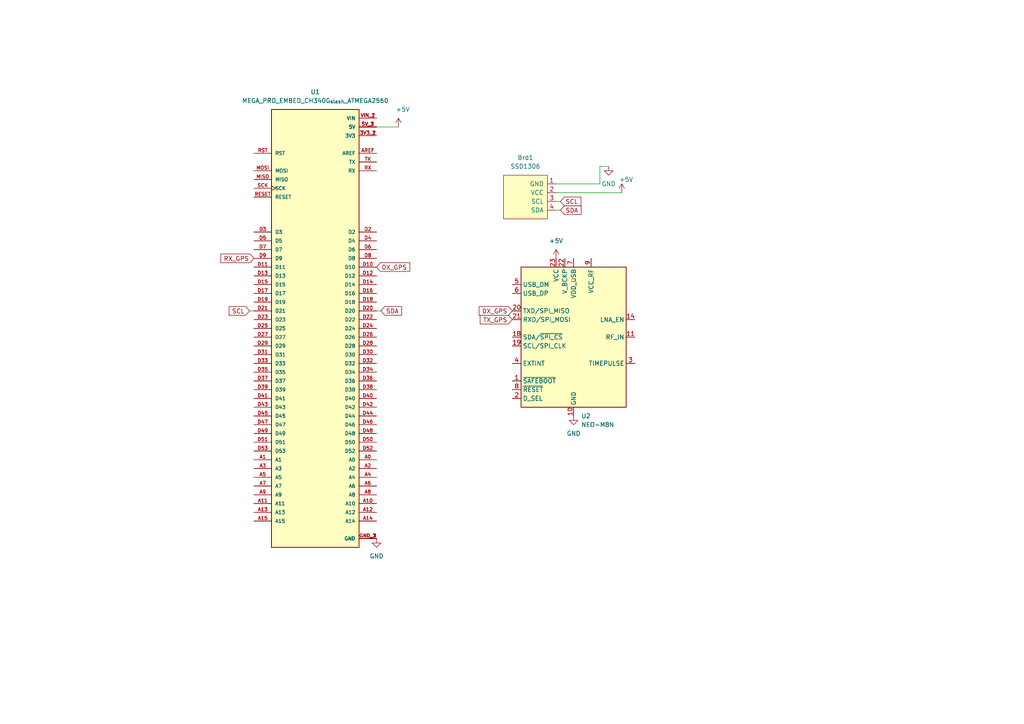
<source format=kicad_sch>
(kicad_sch (version 20230121) (generator eeschema)
  (paper "A4")
  (lib_symbols
    (symbol "MEGA_PRO_EMBED_CH340G___ATMEGA2560:MEGA_PRO_EMBED_CH340G_{slash}_ATMEGA2560" (pin_names (offset 1.016))
      (property "Reference" "U" (at -12.7 63.5 0))
      (property "Value" "MEGA_PRO_EMBED_CH340G_{slash}_ATMEGA2560" (at -12.7 -66.04 0))
      (symbol "MEGA_PRO_EMBED_CH340G_{slash}_ATMEGA2560_0_0"
        (rectangle (start -12.7 -63.5) (end 12.7 63.5) (stroke (width 0.254)) (fill (type background)))
        (pin power_in line (at 17.78 55.88 180) (length 5.08) (name "3V3") (number "3V3_1"))
        (pin power_in line (at 17.78 55.88 180) (length 5.08) (name "3V3") (number "3V3_2"))
        (pin power_in line (at 17.78 58.42 180) (length 5.08) (name "5V") (number "5V_1"))
        (pin power_in line (at 17.78 58.42 180) (length 5.08) (name "5V") (number "5V_2"))
        (pin power_in line (at 17.78 58.42 180) (length 5.08) (name "5V") (number "5V_3"))
        (pin bidirectional line (at 17.78 -38.1 180) (length 5.08) (name "A0") (number "A0"))
        (pin bidirectional line (at -17.78 -38.1 0) (length 5.08) (name "A1") (number "A1"))
        (pin bidirectional line (at 17.78 -50.8 180) (length 5.08) (name "A10") (number "A10"))
        (pin bidirectional line (at -17.78 -50.8 0) (length 5.08) (name "A11") (number "A11"))
        (pin bidirectional line (at 17.78 -53.34 180) (length 5.08) (name "A12") (number "A12"))
        (pin bidirectional line (at -17.78 -53.34 0) (length 5.08) (name "A13") (number "A13"))
        (pin bidirectional line (at 17.78 -55.88 180) (length 5.08) (name "A14") (number "A14"))
        (pin bidirectional line (at -17.78 -55.88 0) (length 5.08) (name "A15") (number "A15"))
        (pin bidirectional line (at 17.78 -40.64 180) (length 5.08) (name "A2") (number "A2"))
        (pin bidirectional line (at -17.78 -40.64 0) (length 5.08) (name "A3") (number "A3"))
        (pin bidirectional line (at 17.78 -43.18 180) (length 5.08) (name "A4") (number "A4"))
        (pin bidirectional line (at -17.78 -43.18 0) (length 5.08) (name "A5") (number "A5"))
        (pin bidirectional line (at 17.78 -45.72 180) (length 5.08) (name "A6") (number "A6"))
        (pin bidirectional line (at -17.78 -45.72 0) (length 5.08) (name "A7") (number "A7"))
        (pin bidirectional line (at 17.78 -48.26 180) (length 5.08) (name "A8") (number "A8"))
        (pin bidirectional line (at -17.78 -48.26 0) (length 5.08) (name "A9") (number "A9"))
        (pin bidirectional line (at 17.78 50.8 180) (length 5.08) (name "AREF") (number "AREF"))
        (pin bidirectional line (at 17.78 17.78 180) (length 5.08) (name "D10") (number "D10"))
        (pin bidirectional line (at -17.78 17.78 0) (length 5.08) (name "D11") (number "D11"))
        (pin bidirectional line (at 17.78 15.24 180) (length 5.08) (name "D12") (number "D12"))
        (pin bidirectional line (at -17.78 15.24 0) (length 5.08) (name "D13") (number "D13"))
        (pin bidirectional line (at 17.78 12.7 180) (length 5.08) (name "D14") (number "D14"))
        (pin bidirectional line (at -17.78 12.7 0) (length 5.08) (name "D15") (number "D15"))
        (pin bidirectional line (at 17.78 10.16 180) (length 5.08) (name "D16") (number "D16"))
        (pin bidirectional line (at -17.78 10.16 0) (length 5.08) (name "D17") (number "D17"))
        (pin bidirectional line (at 17.78 7.62 180) (length 5.08) (name "D18") (number "D18"))
        (pin bidirectional line (at -17.78 7.62 0) (length 5.08) (name "D19") (number "D19"))
        (pin bidirectional line (at 17.78 27.94 180) (length 5.08) (name "D2") (number "D2"))
        (pin bidirectional line (at 17.78 5.08 180) (length 5.08) (name "D20") (number "D20"))
        (pin bidirectional line (at -17.78 5.08 0) (length 5.08) (name "D21") (number "D21"))
        (pin bidirectional line (at 17.78 2.54 180) (length 5.08) (name "D22") (number "D22"))
        (pin bidirectional line (at -17.78 2.54 0) (length 5.08) (name "D23") (number "D23"))
        (pin bidirectional line (at 17.78 0 180) (length 5.08) (name "D24") (number "D24"))
        (pin bidirectional line (at -17.78 0 0) (length 5.08) (name "D25") (number "D25"))
        (pin bidirectional line (at 17.78 -2.54 180) (length 5.08) (name "D26") (number "D26"))
        (pin bidirectional line (at -17.78 -2.54 0) (length 5.08) (name "D27") (number "D27"))
        (pin bidirectional line (at 17.78 -5.08 180) (length 5.08) (name "D28") (number "D28"))
        (pin bidirectional line (at -17.78 -5.08 0) (length 5.08) (name "D29") (number "D29"))
        (pin bidirectional line (at -17.78 27.94 0) (length 5.08) (name "D3") (number "D3"))
        (pin bidirectional line (at 17.78 -7.62 180) (length 5.08) (name "D30") (number "D30"))
        (pin bidirectional line (at -17.78 -7.62 0) (length 5.08) (name "D31") (number "D31"))
        (pin bidirectional line (at 17.78 -10.16 180) (length 5.08) (name "D32") (number "D32"))
        (pin bidirectional line (at -17.78 -10.16 0) (length 5.08) (name "D33") (number "D33"))
        (pin bidirectional line (at 17.78 -12.7 180) (length 5.08) (name "D34") (number "D34"))
        (pin bidirectional line (at -17.78 -12.7 0) (length 5.08) (name "D35") (number "D35"))
        (pin bidirectional line (at 17.78 -15.24 180) (length 5.08) (name "D36") (number "D36"))
        (pin bidirectional line (at -17.78 -15.24 0) (length 5.08) (name "D37") (number "D37"))
        (pin bidirectional line (at 17.78 -17.78 180) (length 5.08) (name "D38") (number "D38"))
        (pin bidirectional line (at -17.78 -17.78 0) (length 5.08) (name "D39") (number "D39"))
        (pin bidirectional line (at 17.78 25.4 180) (length 5.08) (name "D4") (number "D4"))
        (pin bidirectional line (at 17.78 -20.32 180) (length 5.08) (name "D40") (number "D40"))
        (pin bidirectional line (at -17.78 -20.32 0) (length 5.08) (name "D41") (number "D41"))
        (pin bidirectional line (at 17.78 -22.86 180) (length 5.08) (name "D42") (number "D42"))
        (pin bidirectional line (at -17.78 -22.86 0) (length 5.08) (name "D43") (number "D43"))
        (pin bidirectional line (at 17.78 -25.4 180) (length 5.08) (name "D44") (number "D44"))
        (pin bidirectional line (at -17.78 -25.4 0) (length 5.08) (name "D45") (number "D45"))
        (pin bidirectional line (at 17.78 -27.94 180) (length 5.08) (name "D46") (number "D46"))
        (pin bidirectional line (at -17.78 -27.94 0) (length 5.08) (name "D47") (number "D47"))
        (pin bidirectional line (at 17.78 -30.48 180) (length 5.08) (name "D48") (number "D48"))
        (pin bidirectional line (at -17.78 -30.48 0) (length 5.08) (name "D49") (number "D49"))
        (pin bidirectional line (at -17.78 25.4 0) (length 5.08) (name "D5") (number "D5"))
        (pin bidirectional line (at 17.78 -33.02 180) (length 5.08) (name "D50") (number "D50"))
        (pin bidirectional line (at -17.78 -33.02 0) (length 5.08) (name "D51") (number "D51"))
        (pin bidirectional line (at 17.78 -35.56 180) (length 5.08) (name "D52") (number "D52"))
        (pin bidirectional line (at -17.78 -35.56 0) (length 5.08) (name "D53") (number "D53"))
        (pin bidirectional line (at 17.78 22.86 180) (length 5.08) (name "D6") (number "D6"))
        (pin bidirectional line (at -17.78 22.86 0) (length 5.08) (name "D7") (number "D7"))
        (pin bidirectional line (at 17.78 20.32 180) (length 5.08) (name "D8") (number "D8"))
        (pin bidirectional line (at -17.78 20.32 0) (length 5.08) (name "D9") (number "D9"))
        (pin power_in line (at 17.78 -60.96 180) (length 5.08) (name "GND") (number "GND_1"))
        (pin power_in line (at 17.78 -60.96 180) (length 5.08) (name "GND") (number "GND_2"))
        (pin power_in line (at 17.78 -60.96 180) (length 5.08) (name "GND") (number "GND_3"))
        (pin bidirectional line (at -17.78 43.18 0) (length 5.08) (name "MISO") (number "MISO"))
        (pin bidirectional line (at -17.78 45.72 0) (length 5.08) (name "MOSI") (number "MOSI"))
        (pin input line (at -17.78 38.1 0) (length 5.08) (name "RESET") (number "RESET"))
        (pin input line (at -17.78 50.8 0) (length 5.08) (name "RST") (number "RST"))
        (pin input line (at 17.78 45.72 180) (length 5.08) (name "RX") (number "RX"))
        (pin bidirectional clock (at -17.78 40.64 0) (length 5.08) (name "SCK") (number "SCK"))
        (pin output line (at 17.78 48.26 180) (length 5.08) (name "TX") (number "TX"))
        (pin power_in line (at 17.78 60.96 180) (length 5.08) (name "VIN") (number "VIN_1"))
        (pin power_in line (at 17.78 60.96 180) (length 5.08) (name "VIN") (number "VIN_2"))
      )
    )
    (symbol "RF_GPS:NEO-M8N"
      (property "Reference" "U" (at -13.97 21.59 0))
      (property "Value" "NEO-M8N" (at 11.43 21.59 0))
      (symbol "NEO-M8N_0_1"
        (rectangle (start -15.24 20.32) (end 15.24 -20.32) (stroke (width 0.254)) (fill (type background)))
      )
      (symbol "NEO-M8N_1_1"
        (pin input line (at -17.78 -12.7 0) (length 2.54) (name "~{SAFEBOOT}") (number "1"))
        (pin power_in line (at 0 -22.86 90) (length 2.54) (name "GND") (number "10"))
        (pin input line (at 17.78 0 180) (length 2.54) (name "RF_IN") (number "11"))
        (pin passive line (at 0 -22.86 90) (length 2.54) hide (name "GND") (number "12"))
        (pin passive line (at 0 -22.86 90) (length 2.54) hide (name "GND") (number "13"))
        (pin output line (at 17.78 5.08 180) (length 2.54) (name "LNA_EN") (number "14"))
        (pin no_connect line (at 15.24 -10.16 180) (length 2.54) hide (name "RESERVED") (number "15"))
        (pin no_connect line (at 15.24 -12.7 180) (length 2.54) hide (name "RESERVED") (number "16"))
        (pin no_connect line (at 15.24 -15.24 180) (length 2.54) hide (name "RESERVED") (number "17"))
        (pin bidirectional line (at -17.78 0 0) (length 2.54) (name "SDA/~{SPI_CS}") (number "18"))
        (pin input line (at -17.78 -2.54 0) (length 2.54) (name "SCL/SPI_CLK") (number "19"))
        (pin input line (at -17.78 -17.78 0) (length 2.54) (name "D_SEL") (number "2"))
        (pin output line (at -17.78 7.62 0) (length 2.54) (name "TXD/SPI_MISO") (number "20"))
        (pin input line (at -17.78 5.08 0) (length 2.54) (name "RXD/SPI_MOSI") (number "21"))
        (pin power_in line (at -2.54 22.86 270) (length 2.54) (name "V_BCKP") (number "22"))
        (pin power_in line (at -5.08 22.86 270) (length 2.54) (name "VCC") (number "23"))
        (pin passive line (at 0 -22.86 90) (length 2.54) hide (name "GND") (number "24"))
        (pin output line (at 17.78 -7.62 180) (length 2.54) (name "TIMEPULSE") (number "3"))
        (pin input line (at -17.78 -7.62 0) (length 2.54) (name "EXTINT") (number "4"))
        (pin bidirectional line (at -17.78 15.24 0) (length 2.54) (name "USB_DM") (number "5"))
        (pin bidirectional line (at -17.78 12.7 0) (length 2.54) (name "USB_DP") (number "6"))
        (pin power_in line (at 0 22.86 270) (length 2.54) (name "VDD_USB") (number "7"))
        (pin input line (at -17.78 -15.24 0) (length 2.54) (name "~{RESET}") (number "8"))
        (pin power_out line (at 5.08 22.86 270) (length 2.54) (name "VCC_RF") (number "9"))
      )
    )
    (symbol "SSD1306-128x64_OLED:SSD1306" (pin_names (offset 1.016))
      (property "Reference" "Brd" (at 0 -3.81 0))
      (property "Value" "SSD1306" (at 0 -1.27 0))
      (symbol "SSD1306_0_1"
        (rectangle (start -6.35 6.35) (end 6.35 -6.35) (fill (type background)))
      )
      (symbol "SSD1306_1_1"
        (pin input line (at -3.81 8.89 270) (length 2.54) (name "GND") (number "1"))
        (pin input line (at -1.27 8.89 270) (length 2.54) (name "VCC") (number "2"))
        (pin input line (at 1.27 8.89 270) (length 2.54) (name "SCL") (number "3"))
        (pin input line (at 3.81 8.89 270) (length 2.54) (name "SDA") (number "4"))
      )
    )
    (symbol "power:+5V" (power) (pin_names (offset 0))
      (property "Value" "+5V" (at 0 3.556 0))
      (symbol "+5V_0_1"
        (polyline (pts (xy -0.762 1.27) (xy 0 2.54)))
        (polyline (pts (xy 0 0) (xy 0 2.54)))
        (polyline (pts (xy 0 2.54) (xy 0.762 1.27)))
      )
      (symbol "+5V_1_1"
        (pin power_in line (at 0 0 90) (length 0) hide (name "+5V") (number "1"))
      )
    )
    (symbol "power:GND" (power) (pin_names (offset 0))
      (property "Value" "GND" (at 0 -3.81 0))
      (symbol "GND_0_1"
        (polyline (pts (xy 0 0) (xy 0 -1.27) (xy 1.27 -1.27) (xy 0 -2.54) (xy -1.27 -1.27) (xy 0 -1.27)))
      )
      (symbol "GND_1_1"
        (pin power_in line (at 0 0 270) (length 0) hide (name "GND") (number "1"))
      )
    )
  )
  (wire (pts (xy 110.49 90.17) (xy 109.22 90.17)))
  (wire (pts (xy 173.99 53.34) (xy 161.29 53.34)))
  (wire (pts (xy 173.99 48.26) (xy 173.99 53.34)))
  (wire (pts (xy 180.34 55.88) (xy 161.29 55.88)))
  (wire (pts (xy 72.39 90.17) (xy 73.66 90.17)))
  (wire (pts (xy 115.57 36.83) (xy 109.22 36.83)))
  (wire (pts (xy 162.56 58.42) (xy 161.29 58.42)))
  (wire (pts (xy 176.53 48.26) (xy 173.99 48.26)))
  (wire (pts (xy 162.56 60.96) (xy 161.29 60.96)))
  (global_label "TX_GPS" (shape input) (at 148.59 92.71 180) (property "Intersheetrefs" "${INTERSHEET_REFS}" (effects hide)))
  (global_label "SDA" (shape input) (at 162.56 60.96 0) (property "Intersheetrefs" "${INTERSHEET_REFS}" (effects hide)))
  (global_label "RX_GPS" (shape input) (at 73.66 74.93 180) (property "Intersheetrefs" "${INTERSHEET_REFS}" (effects hide)))
  (global_label "SCL" (shape input) (at 162.56 58.42 0) (property "Intersheetrefs" "${INTERSHEET_REFS}" (effects hide)))
  (global_label "SDA" (shape input) (at 110.49 90.17 0) (property "Intersheetrefs" "${INTERSHEET_REFS}" (effects hide)))
  (global_label "DX_GPS" (shape input) (at 109.22 77.47 0) (property "Intersheetrefs" "${INTERSHEET_REFS}" (effects hide)))
  (global_label "SCL" (shape input) (at 72.39 90.17 180) (property "Intersheetrefs" "${INTERSHEET_REFS}" (effects hide)))
  (global_label "DX_GPS" (shape input) (at 148.59 90.17 180) (property "Intersheetrefs" "${INTERSHEET_REFS}" (effects hide)))
  (symbol (lib_id "power:GND") (at 176.53 48.26 0) (unit 1)
    (property "Reference" "#PWR03" (effects hide))
    (property "Value" "GND" (at 176.53 53.34 0))
  )
  (symbol (lib_id "MEGA_PRO_EMBED_CH340G___ATMEGA2560:MEGA_PRO_EMBED_CH340G_{slash}_ATMEGA2560") (at 91.44 95.25 0) (unit 1)
    (property "Reference" "U1" (at 91.44 26.67 0))
    (property "Value" "MEGA_PRO_EMBED_CH340G_{slash}_ATMEGA2560" (at 91.44 29.21 0))
    (property "Footprint" "MEGA_PRO_EMBED_CH340G___ATMEGA2560:MODULE_MEGA_PRO_EMBED_CH340G___ATMEGA2560" (effects hide))
    (property "PARTREV" "12/May/2017" (effects hide))
    (property "STANDARD" "Manufacturer Recommendations" (effects hide))
    (property "MANUFACTURER" "Robotdyn" (effects hide))
  )
  (symbol (lib_id "RF_GPS:NEO-M8N") (at 166.37 97.79 0) (unit 1)
    (property "Reference" "U2" (at 168.5641 120.65 0) (effects (justify left)))
    (property "Value" "NEO-M8N" (at 168.5641 123.19 0) (effects (justify left)))
    (property "Footprint" "Sensor:Aosong_DHT11_5.5x12.0_P2.54mm" (effects hide))
    (property "Datasheet" "https://content.u-blox.com/sites/default/files/NEO-M8-FW3_DataSheet_UBX-15031086.pdf" (effects hide))
  )
  (symbol (lib_id "SSD1306-128x64_OLED:SSD1306") (at 152.4 57.15 270) (unit 1)
    (property "Reference" "Brd1" (at 152.4 45.72 90))
    (property "Value" "SSD1306" (at 152.4 48.26 90))
    (property "Footprint" "SSD1306:128x64OLED" (effects hide))
  )
  (symbol (lib_id "power:+5V") (at 115.57 36.83 0) (unit 1)
    (property "Reference" "#PWR01" (effects hide))
    (property "Value" "+5V" (at 116.84 31.75 0))
  )
  (symbol (lib_id "power:+5V") (at 180.34 55.88 0) (unit 1)
    (property "Reference" "#PWR04" (effects hide))
    (property "Value" "+5V" (at 181.61 52.07 0))
  )
  (symbol (lib_id "power:GND") (at 166.37 120.65 0) (unit 1)
    (property "Reference" "#PWR05" (effects hide))
    (property "Value" "GND" (at 166.37 125.73 0))
  )
  (symbol (lib_id "power:+5V") (at 161.29 74.93 0) (unit 1)
    (property "Reference" "#PWR06" (effects hide))
    (property "Value" "+5V" (at 161.29 69.85 0))
  )
  (symbol (lib_id "power:GND") (at 109.22 156.21 0) (unit 1)
    (property "Reference" "#PWR02" (effects hide))
    (property "Value" "GND" (at 109.22 161.29 0))
  )
)
</source>
